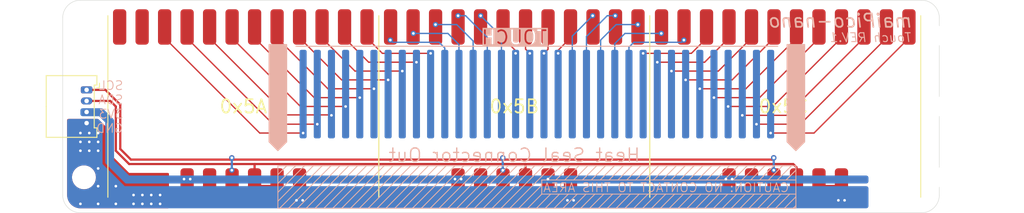
<source format=kicad_pcb>
(kicad_pcb (version 20240108) (generator "pcbnew") (generator_version "8.0")
  (layers (0 "F.Cu" signal) (31 "B.Cu" signal) (34 "B.Paste" user) (35 "F.Paste" user) (36 "B.SilkS" user "B.Silkscreen") (37 "F.SilkS" user "F.Silkscreen") (38 "B.Mask" user) (39 "F.Mask" user) (44 "Edge.Cuts" user))
  (net 0 "")
  (net 1 "/SDA")
  (net 2 "/SCL")
  (net 3 "VDD")
  (net 4 "GND")
  (net 5 "/E19")
  (net 6 "/E2")
  (net 7 "/E16")
  (net 8 "/E27")
  (net 9 "/E5")
  (net 10 "/E22")
  (net 11 "/E4")
  (net 12 "/E7")
  (net 13 "/E33")
  (net 14 "/E21")
  (net 15 "/E3")
  (net 16 "/E20")
  (net 17 "/E1")
  (net 18 "/E34")
  (net 19 "/E24")
  (net 20 "/E18")
  (net 21 "/E12")
  (net 22 "/E25")
  (net 23 "/E14")
  (net 24 "/E9")
  (net 25 "/E8")
  (net 26 "/E15")
  (net 27 "/E23")
  (net 28 "/E17")
  (net 29 "/E6")
  (net 30 "/E10")
  (net 31 "/E32")
  (net 32 "/E28")
  (net 33 "/E11")
  (net 34 "/E31")
  (net 35 "/E29")
  (net 36 "/E30")
  (net 37 "/E26")
  (net 38 "/E13")
  (footprint "Modules:MPR121-Module-SMD" (layer "F.Cu") (at 130.6 84)
    (property "Reference" "U1" (hide yes))
    (property "Value" "MPR121-Module")
    (fp_line (start -15.3 10.25) (end -15.3 -10.25) (stroke (width 0.12)) (layer "F.SilkS"))
    (fp_line (start 15.3 10.25) (end 15.3 -10.25) (stroke (width 0.12)) (layer "F.SilkS"))
    (pad "1" smd roundrect (at 13.97 -8.98) (size 1.5 4) (layers "F.Cu" "F.Paste" "F.Mask") (net 17 "/E1"))
    (pad "2" smd roundrect (at 11.43 -8.979999) (size 1.5 4) (layers "F.Cu" "F.Paste" "F.Mask") (net 6 "/E2"))
    (pad "3" smd roundrect (at 8.89 -8.98) (size 1.5 4) (layers "F.Cu" "F.Paste" "F.Mask") (net 15 "/E3"))
    (pad "4" smd roundrect (at 6.35 -8.98) (size 1.5 4) (layers "F.Cu" "F.Paste" "F.Mask") (net 11 "/E4"))
    (pad "5" smd roundrect (at 3.81 -8.98) (size 1.5 4) (layers "F.Cu" "F.Paste" "F.Mask") (net 9 "/E5"))
    (pad "6" smd roundrect (at 1.270001 -8.98) (size 1.5 4) (layers "F.Cu" "F.Paste" "F.Mask") (net 29 "/E6"))
    (pad "7" smd roundrect (at -1.270001 -8.98) (size 1.5 4) (layers "F.Cu" "F.Paste" "F.Mask") (net 12 "/E7"))
    (pad "8" smd roundrect (at -3.81 -8.98) (size 1.5 4) (layers "F.Cu" "F.Paste" "F.Mask") (net 25 "/E8"))
    (pad "9" smd roundrect (at -6.35 -8.98) (size 1.5 4) (layers "F.Cu" "F.Paste" "F.Mask") (net 24 "/E9"))
    (pad "10" smd roundrect (at -8.89 -8.98) (size 1.5 4) (layers "F.Cu" "F.Paste" "F.Mask") (net 30 "/E10"))
    (pad "11" smd roundrect (at -11.43 -8.979999) (size 1.5 4) (layers "F.Cu" "F.Paste" "F.Mask") (net 33 "/E11"))
    (pad "12" smd roundrect (at -13.97 -8.98) (size 1.5 4) (layers "F.Cu" "F.Paste" "F.Mask") (net 21 "/E12"))
    (pad "13" smd roundrect (at 6.35 8.98) (size 1.5 4) (layers "F.Cu" "F.Paste" "F.Mask") (net 4 "GND"))
    (pad "14" smd roundrect (at 3.81 8.98) (size 1.5 4) (layers "F.Cu" "F.Paste" "F.Mask") (net 4 "GND"))
    (pad "15" smd roundrect (at 1.270001 8.98) (size 1.5 4) (layers "F.Cu" "F.Paste" "F.Mask") (net 1 "/SDA"))
    (pad "16" smd roundrect (at -1.270001 8.98) (size 1.5 4) (layers "F.Cu" "F.Paste" "F.Mask") (net 2 "/SCL"))
    (pad "17" smd roundrect (at -3.81 8.98) (size 1.5 4) (layers "F.Cu" "F.Paste" "F.Mask"))
    (pad "18" smd roundrect (at -6.35 8.98) (size 1.5 4) (layers "F.Cu" "F.Paste" "F.Mask") (net 3 "VDD"))
  )
  (footprint "Modules:MPR121-Module-SMD" (layer "F.Cu") (at 100 84)
    (property "Reference" "U2" (hide yes))
    (property "Value" "MPR121-Module")
    (fp_line (start -15.3 10.25) (end -15.3 -10.25) (stroke (width 0.12)) (layer "F.SilkS"))
    (fp_line (start 15.3 10.25) (end 15.3 -10.25) (stroke (width 0.12)) (layer "F.SilkS"))
    (pad "1" smd roundrect (at 13.97 -8.98) (size 1.5 4) (layers "F.Cu" "F.Paste" "F.Mask") (net 38 "/E13"))
    (pad "2" smd roundrect (at 11.43 -8.979999) (size 1.5 4) (layers "F.Cu" "F.Paste" "F.Mask") (net 23 "/E14"))
    (pad "3" smd roundrect (at 8.89 -8.98) (size 1.5 4) (layers "F.Cu" "F.Paste" "F.Mask") (net 26 "/E15"))
    (pad "4" smd roundrect (at 6.35 -8.98) (size 1.5 4) (layers "F.Cu" "F.Paste" "F.Mask") (net 7 "/E16"))
    (pad "5" smd roundrect (at 3.81 -8.98) (size 1.5 4) (layers "F.Cu" "F.Paste" "F.Mask") (net 28 "/E17"))
    (pad "6" smd roundrect (at 1.270001 -8.98) (size 1.5 4) (layers "F.Cu" "F.Paste" "F.Mask") (net 20 "/E18"))
    (pad "7" smd roundrect (at -1.270001 -8.98) (size 1.5 4) (layers "F.Cu" "F.Paste" "F.Mask") (net 5 "/E19"))
    (pad "8" smd roundrect (at -3.81 -8.98) (size 1.5 4) (layers "F.Cu" "F.Paste" "F.Mask") (net 16 "/E20"))
    (pad "9" smd roundrect (at -6.35 -8.98) (size 1.5 4) (layers "F.Cu" "F.Paste" "F.Mask") (net 14 "/E21"))
    (pad "10" smd roundrect (at -8.89 -8.98) (size 1.5 4) (layers "F.Cu" "F.Paste" "F.Mask") (net 10 "/E22"))
    (pad "11" smd roundrect (at -11.43 -8.979999) (size 1.5 4) (layers "F.Cu" "F.Paste" "F.Mask") (net 27 "/E23"))
    (pad "12" smd roundrect (at -13.97 -8.98) (size 1.5 4) (layers "F.Cu" "F.Paste" "F.Mask") (net 19 "/E24"))
    (pad "13" smd roundrect (at 6.35 8.98) (size 1.5 4) (layers "F.Cu" "F.Paste" "F.Mask") (net 4 "GND"))
    (pad "14" smd roundrect (at 3.81 8.98) (size 1.5 4) (layers "F.Cu" "F.Paste" "F.Mask") (net 3 "VDD"))
    (pad "15" smd roundrect (at 1.270001 8.98) (size 1.5 4) (layers "F.Cu" "F.Paste" "F.Mask") (net 1 "/SDA"))
    (pad "16" smd roundrect (at -1.270001 8.98) (size 1.5 4) (layers "F.Cu" "F.Paste" "F.Mask") (net 2 "/SCL"))
    (pad "17" smd roundrect (at -3.81 8.98) (size 1.5 4) (layers "F.Cu" "F.Paste" "F.Mask"))
    (pad "18" smd roundrect (at -6.35 8.98) (size 1.5 4) (layers "F.Cu" "F.Paste" "F.Mask") (net 3 "VDD"))
  )
  (footprint "MountingHole:MountingHole_2.2mm_M2" (layer "F.Cu") (at 51.4 92)
    (property "Reference" "REF**" (hide yes))
    (property "Value" "MountingHole_2.2mm_M2")
    (pad "" np_thru_hole circle (at 0 0) (size 2.2 2.2) (drill 2.2) (layers "F&B.Cu" "*.Mask"))
  )
  (footprint "Modules:MPR121-Module-SMD" (layer "F.Cu") (at 69.4 84)
    (property "Reference" "U3" (hide yes))
    (property "Value" "MPR121-Module")
    (fp_line (start -15.3 10.25) (end -15.3 -10.25) (stroke (width 0.12)) (layer "F.SilkS"))
    (fp_line (start 15.3 10.25) (end 15.3 -10.25) (stroke (width 0.12)) (layer "F.SilkS"))
    (pad "1" smd roundrect (at 13.97 -8.98) (size 1.5 4) (layers "F.Cu" "F.Paste" "F.Mask") (net 22 "/E25"))
    (pad "2" smd roundrect (at 11.43 -8.979999) (size 1.5 4) (layers "F.Cu" "F.Paste" "F.Mask") (net 37 "/E26"))
    (pad "3" smd roundrect (at 8.89 -8.98) (size 1.5 4) (layers "F.Cu" "F.Paste" "F.Mask") (net 8 "/E27"))
    (pad "4" smd roundrect (at 6.35 -8.98) (size 1.5 4) (layers "F.Cu" "F.Paste" "F.Mask") (net 32 "/E28"))
    (pad "5" smd roundrect (at 3.81 -8.98) (size 1.5 4) (layers "F.Cu" "F.Paste" "F.Mask") (net 35 "/E29"))
    (pad "6" smd roundrect (at 1.270001 -8.98) (size 1.5 4) (layers "F.Cu" "F.Paste" "F.Mask") (net 36 "/E30"))
    (pad "7" smd roundrect (at -1.270001 -8.98) (size 1.5 4) (layers "F.Cu" "F.Paste" "F.Mask") (net 34 "/E31"))
    (pad "8" smd roundrect (at -3.81 -8.98) (size 1.5 4) (layers "F.Cu" "F.Paste" "F.Mask") (net 31 "/E32"))
    (pad "9" smd roundrect (at -6.35 -8.98) (size 1.5 4) (layers "F.Cu" "F.Paste" "F.Mask") (net 13 "/E33"))
    (pad "10" smd roundrect (at -8.89 -8.98) (size 1.5 4) (layers "F.Cu" "F.Paste" "F.Mask") (net 18 "/E34"))
    (pad "11" smd roundrect (at -11.43 -8.979999) (size 1.5 4) (layers "F.Cu" "F.Paste" "F.Mask"))
    (pad "12" smd roundrect (at -13.97 -8.98) (size 1.5 4) (layers "F.Cu" "F.Paste" "F.Mask"))
    (pad "13" smd roundrect (at 6.35 8.98) (size 1.5 4) (layers "F.Cu" "F.Paste" "F.Mask") (net 4 "GND"))
    (pad "14" smd roundrect (at 3.81 8.98) (size 1.5 4) (layers "F.Cu" "F.Paste" "F.Mask") (net 1 "/SDA"))
    (pad "15" smd roundrect (at 1.270001 8.98) (size 1.5 4) (layers "F.Cu" "F.Paste" "F.Mask") (net 1 "/SDA"))
    (pad "16" smd roundrect (at -1.270001 8.98) (size 1.5 4) (layers "F.Cu" "F.Paste" "F.Mask") (net 2 "/SCL"))
    (pad "17" smd roundrect (at -3.81 8.98) (size 1.5 4) (layers "F.Cu" "F.Paste" "F.Mask"))
    (pad "18" smd roundrect (at -6.35 8.98) (size 1.5 4) (layers "F.Cu" "F.Paste" "F.Mask") (net 3 "VDD"))
  )
  (footprint "MountingHole:MountingHole_2.2mm_M2" (layer "F.Cu") (at 148.1 76)
    (property "Reference" "REF**" (hide yes))
    (property "Value" "MountingHole_2.2mm_M2")
    (pad "" np_thru_hole circle (at 0 0) (size 2.2 2.2) (drill 2.2) (layers "F&B.Cu" "*.Mask"))
  )
  (footprint "Connector_Molex:Molex_PicoBlade_53048-0410_1x04_P1.25mm_Horizontal" (layer "F.Cu") (at 51.7 82.125 -90)
    (property "Reference" "J1" (hide yes))
    (property "Value" "Conn_01x04")
    (fp_line (start -1.61 4.56) (end 1.875 4.56) (stroke (width 0.12)) (layer "F.SilkS"))
    (fp_line (start 5.36 4.56) (end 1.875 4.56) (stroke (width 0.12)) (layer "F.SilkS"))
    (fp_line (start -0.54 -0.86) (end -0.54 -1.16) (stroke (width 0.12)) (layer "F.SilkS"))
    (fp_line (start 1.875 -0.86) (end -0.54 -0.86) (stroke (width 0.12)) (layer "F.SilkS"))
    (fp_line (start 1.875 -0.86) (end 4.29 -0.86) (stroke (width 0.12)) (layer "F.SilkS"))
    (fp_line (start 4.29 -0.86) (end 4.29 -1.16) (stroke (width 0.12)) (layer "F.SilkS"))
    (fp_line (start -0.25 -1.15) (end -0.25 -1.45) (stroke (width 0.12)) (layer "F.SilkS"))
    (fp_line (start -1.61 -1.16) (end -1.61 4.56) (stroke (width 0.12)) (layer "F.SilkS"))
    (fp_line (start -0.54 -1.16) (end -1.61 -1.16) (stroke (width 0.12)) (layer "F.SilkS"))
    (fp_line (start 4.29 -1.16) (end 5.36 -1.16) (stroke (width 0.12)) (layer "F.SilkS"))
    (fp_line (start 5.36 -1.16) (end 5.36 4.56) (stroke (width 0.12)) (layer "F.SilkS"))
    (fp_line (start -0.25 -1.45) (end -0.75 -1.45) (stroke (width 0.12)) (layer "F.SilkS"))
    (pad "1" thru_hole roundrect (at 0 0 270) (size 0.8 1.3) (drill 0.5) (layers "*.Cu" "*.Mask") (net 2 "/SCL"))
    (pad "2" thru_hole oval (at 1.249999 0 270) (size 0.8 1.3) (drill 0.5) (layers "*.Cu" "*.Mask") (net 1 "/SDA"))
    (pad "3" thru_hole oval (at 2.5 0 270) (size 0.8 1.3) (drill 0.5) (layers "*.Cu" "*.Mask") (net 3 "VDD"))
    (pad "4" thru_hole oval (at 3.749999 0 270) (size 0.8 1.3) (drill 0.5) (layers "*.Cu" "*.Mask") (net 4 "GND"))
  )
  (footprint "MountingHole:MountingHole_2.2mm_M2" (layer "F.Cu") (at 51.4 76)
    (property "Reference" "REF**" (hide yes))
    (property "Value" "MountingHole_2.2mm_M2")
    (pad "" np_thru_hole circle (at 0 0) (size 2.2 2.2) (drill 2.2) (layers "*.Cu" "*.Mask"))
  )
  (footprint "MountingHole:MountingHole_2.2mm_M2" (layer "F.Cu") (at 148 92)
    (property "Reference" "REF**" (hide yes))
    (property "Value" "MountingHole_2.2mm_M2")
    (pad "" np_thru_hole circle (at 0 0) (size 2.2 2.2) (drill 2.2) (layers "F&B.Cu" "*.Mask"))
  )
  (footprint "MountingHole:MountingHole_2.2mm_M2" (layer "F.Cu") (at 148 84)
    (property "Reference" "REF**" (hide yes))
    (property "Value" "MountingHole_2.2mm_M2")
    (pad "" np_thru_hole circle (at 0 0) (size 2.2 2.2) (drill 2.2) (layers "F&B.Cu" "*.Mask"))
  )
  (footprint "Modules:TouchSensors" (layer "B.Cu") (at 102.55 82.6 180)
    (property "Reference" "J2" (hide yes))
    (property "Value" "Conn_01x34")
    (fp_line (start 27.2 5.4) (end -27.2 5.4) (stroke (width 0.12)) (layer "B.SilkS"))
    (pad "1" smd roundrect (at -26.4 0 180) (size 0.8 10) (layers "B.Cu" "B.Paste" "B.Mask") (net 17 "/E1"))
    (pad "2" smd roundrect (at -24.8 0 180) (size 0.8 10) (layers "B.Cu" "B.Paste" "B.Mask") (net 6 "/E2"))
    (pad "3" smd roundrect (at -23.2 0 180) (size 0.8 10) (layers "B.Cu" "B.Paste" "B.Mask") (net 15 "/E3"))
    (pad "4" smd roundrect (at -21.6 0 180) (size 0.8 10) (layers "B.Cu" "B.Paste" "B.Mask") (net 11 "/E4"))
    (pad "5" smd roundrect (at -20 0 180) (size 0.8 10) (layers "B.Cu" "B.Paste" "B.Mask") (net 9 "/E5"))
    (pad "6" smd roundrect (at -18.4 0 180) (size 0.8 10) (layers "B.Cu" "B.Paste" "B.Mask") (net 29 "/E6"))
    (pad "7" smd roundrect (at -16.8 0 180) (size 0.8 10) (layers "B.Cu" "B.Paste" "B.Mask") (net 12 "/E7"))
    (pad "8" smd roundrect (at -15.2 0 180) (size 0.8 10) (layers "B.Cu" "B.Paste" "B.Mask") (net 25 "/E8"))
    (pad "9" smd roundrect (at -13.6 0 180) (size 0.8 10) (layers "B.Cu" "B.Paste" "B.Mask") (net 24 "/E9"))
    (pad "10" smd roundrect (at -12 0 180) (size 0.8 10) (layers "B.Cu" "B.Paste" "B.Mask") (net 30 "/E10"))
    (pad "11" smd roundrect (at -10.4 0 180) (size 0.8 10) (layers "B.Cu" "B.Paste" "B.Mask") (net 33 "/E11"))
    (pad "12" smd roundrect (at -8.8 0 180) (size 0.8 10) (layers "B.Cu" "B.Paste" "B.Mask") (net 21 "/E12"))
    (pad "13" smd roundrect (at -7.2 0 180) (size 0.8 10) (layers "B.Cu" "B.Paste" "B.Mask") (net 38 "/E13"))
    (pad "14" smd roundrect (at -5.6 0 180) (size 0.8 10) (layers "B.Cu" "B.Paste" "B.Mask") (net 23 "/E14"))
    (pad "15" smd roundrect (at -4 0 180) (size 0.8 10) (layers "B.Cu" "B.Paste" "B.Mask") (net 26 "/E15"))
    (pad "16" smd roundrect (at -2.4 0 180) (size 0.8 10) (layers "B.Cu" "B.Paste" "B.Mask") (net 7 "/E16"))
    (pad "17" smd roundrect (at -0.8 0 180) (size 0.8 10) (layers "B.Cu" "B.Paste" "B.Mask") (net 28 "/E17"))
    (pad "18" smd roundrect (at 0.8 0 180) (size 0.8 10) (layers "B.Cu" "B.Paste" "B.Mask") (net 20 "/E18"))
    (pad "19" smd roundrect (at 2.4 0 180) (size 0.8 10) (layers "B.Cu" "B.Paste" "B.Mask") (net 5 "/E19"))
    (pad "20" smd roundrect (at 4 0 180) (size 0.8 10) (layers "B.Cu" "B.Paste" "B.Mask") (net 16 "/E20"))
    (pad "21" smd roundrect (at 5.6 0 180) (size 0.8 10) (layers "B.Cu" "B.Paste" "B.Mask") (net 14 "/E21"))
    (pad "22" smd roundrect (at 7.2 0 180) (size 0.8 10) (layers "B.Cu" "B.Paste" "B.Mask") (net 10 "/E22"))
    (pad "23" smd roundrect (at 8.8 0 180) (size 0.8 10) (layers "B.Cu" "B.Paste" "B.Mask") (net 27 "/E23"))
    (pad "24" smd roundrect (at 10.4 0 180) (size 0.8 10) (layers "B.Cu" "B.Paste" "B.Mask") (net 19 "/E24"))
    (pad "25" smd roundrect (at 12 0 180) (size 0.8 10) (layers "B.Cu" "B.Paste" "B.Mask") (net 22 "/E25"))
    (pad "26" smd roundrect (at 13.6 0 180) (size 0.8 10) (layers "B.Cu" "B.Paste" "B.Mask") (net 37 "/E26"))
    (pad "27" smd roundrect (at 15.2 0 180) (size 0.8 10) (layers "B.Cu" "B.Paste" "B.Mask") (net 8 "/E27"))
    (pad "28" smd roundrect (at 16.8 0 180) (size 0.8 10) (layers "B.Cu" "B.Paste" "B.Mask") (net 32 "/E28"))
    (pad "29" smd roundrect (at 18.4 0 180) (size 0.8 10) (layers "B.Cu" "B.Paste" "B.Mask") (net 35 "/E29"))
    (pad "30" smd roundrect (at 20 0 180) (size 0.8 10) (layers "B.Cu" "B.Paste" "B.Mask") (net 36 "/E30"))
    (pad "31" smd roundrect (at 21.6 0 180) (size 0.8 10) (layers "B.Cu" "B.Paste" "B.Mask") (net 34 "/E31"))
    (pad "32" smd roundrect (at 23.2 0 180) (size 0.8 10) (layers "B.Cu" "B.Paste" "B.Mask") (net 31 "/E32"))
    (pad "33" smd roundrect (at 24.8 0 180) (size 0.8 10) (layers "B.Cu" "B.Paste" "B.Mask") (net 13 "/E33"))
    (pad "34" smd roundrect (at 26.4 0 180) (size 0.8 10) (layers "B.Cu" "B.Paste" "B.Mask") (net 18 "/E34"))
  )
  (gr_line (start 112.3 90.7) (end 110.7 92.3) (stroke (width 0.1)) (layer "B.SilkS"))
  (gr_line (start 89.3 90.7) (end 84.5 95.5) (stroke (width 0.1)) (layer "B.SilkS"))
  (gr_line (start 118.1 93.9) (end 116.5 95.5) (stroke (width 0.1)) (layer "B.SilkS"))
  (gr_line (start 92.3 90.7) (end 87.5 95.5) (stroke (width 0.1)) (layer "B.SilkS"))
  (gr_line (start 126.1 93.9) (end 124.5 95.5) (stroke (width 0.1)) (layer "B.SilkS"))
  (gr_line (start 112.1 93.9) (end 110.5 95.5) (stroke (width 0.1)) (layer "B.SilkS"))
  (gr_line (start 80.3 90.7) (end 75.5 95.5) (stroke (width 0.1)) (layer "B.SilkS"))
  (gr_line (start 127.3 90.7) (end 125.7 92.3) (stroke (width 0.1)) (layer "B.SilkS"))
  (gr_line (start 103.1 92.3) (end 103.1 93.9) (stroke (width 0.1)) (layer "B.SilkS"))
  (gr_line (start 118.3 90.7) (end 116.7 92.3) (stroke (width 0.1)) (layer "B.SilkS"))
  (gr_line (start 84.3 90.7) (end 79.5 95.5) (stroke (width 0.1)) (layer "B.SilkS"))
  (gr_line (start 122.3 90.7) (end 120.7 92.3) (stroke (width 0.1)) (layer "B.SilkS"))
  (gr_line (start 109.1 93.9) (end 107.5 95.5) (stroke (width 0.1)) (layer "B.SilkS"))
  (gr_line (start 130.1 93.9) (end 128.5 95.5) (stroke (width 0.1)) (layer "B.SilkS"))
  (gr_line (start 130.3 90.7) (end 128.7 92.3) (stroke (width 0.1)) (layer "B.SilkS"))
  (gr_line (start 83.3 90.7) (end 78.5 95.5) (stroke (width 0.1)) (layer "B.SilkS"))
  (gr_line (start 120.3 90.7) (end 118.7 92.3) (stroke (width 0.1)) (layer "B.SilkS"))
  (gr_line (start 85.3 90.7) (end 80.5 95.5) (stroke (width 0.1)) (layer "B.SilkS"))
  (gr_line (start 131.8 95.2) (end 131.5 95.5) (stroke (width 0.1)) (layer "B.SilkS"))
  (gr_line (start 111.3 90.7) (end 109.7 92.3) (stroke (width 0.1)) (layer "B.SilkS"))
  (gr_line (start 109.3 90.7) (end 107.7 92.3) (stroke (width 0.1)) (layer "B.SilkS"))
  (gr_line (start 106.1 93.9) (end 104.5 95.5) (stroke (width 0.1)) (layer "B.SilkS"))
  (gr_line (start 129.1 93.9) (end 127.5 95.5) (stroke (width 0.1)) (layer "B.SilkS"))
  (gr_line (start 103.1 93.9) (end 101.5 95.5) (stroke (width 0.1)) (layer "B.SilkS"))
  (gr_line (start 86.3 90.7) (end 81.5 95.5) (stroke (width 0.1)) (layer "B.SilkS"))
  (gr_line (start 94.3 90.7) (end 89.5 95.5) (stroke (width 0.1)) (layer "B.SilkS"))
  (gr_line (start 115.1 93.9) (end 113.5 95.5) (stroke (width 0.1)) (layer "B.SilkS"))
  (gr_line (start 106.3 90.7) (end 104.7 92.3) (stroke (width 0.1)) (layer "B.SilkS"))
  (gr_poly (pts (xy 132.8 77) (xy 130.8 77) (xy 130.8 88) (xy 131.8 89) (xy 132.8 88)) (stroke (width 0.1)) (fill solid) (layer "B.SilkS"))
  (gr_line (start 77.3 90.7) (end 73.3 94.7) (stroke (width 0.1)) (layer "B.SilkS"))
  (gr_line (start 121.1 93.9) (end 119.5 95.5) (stroke (width 0.1)) (layer "B.SilkS"))
  (gr_line (start 116.1 93.9) (end 114.5 95.5) (stroke (width 0.1)) (layer "B.SilkS"))
  (gr_line (start 116.3 90.7) (end 114.7 92.3) (stroke (width 0.1)) (layer "B.SilkS"))
  (gr_line (start 119.3 90.7) (end 117.7 92.3) (stroke (width 0.1)) (layer "B.SilkS"))
  (gr_line (start 97.3 90.7) (end 92.5 95.5) (stroke (width 0.1)) (layer "B.SilkS"))
  (gr_line (start 101.3 90.7) (end 96.5 95.5) (stroke (width 0.1)) (layer "B.SilkS"))
  (gr_line (start 131.8 92.3) (end 103.1 92.3) (stroke (width 0.1)) (layer "B.SilkS"))
  (gr_line (start 81.3 90.7) (end 76.5 95.5) (stroke (width 0.1)) (layer "B.SilkS"))
  (gr_line (start 122.1 93.9) (end 120.5 95.5) (stroke (width 0.1)) (layer "B.SilkS"))
  (gr_line (start 96.3 90.7) (end 91.5 95.5) (stroke (width 0.1)) (layer "B.SilkS"))
  (gr_line (start 93.3 90.7) (end 88.5 95.5) (stroke (width 0.1)) (layer "B.SilkS"))
  (gr_line (start 91.3 90.7) (end 86.5 95.5) (stroke (width 0.1)) (layer "B.SilkS"))
  (gr_line (start 110.1 93.9) (end 108.5 95.5) (stroke (width 0.1)) (layer "B.SilkS"))
  (gr_line (start 131.8 94.2) (end 130.5 95.5) (stroke (width 0.1)) (layer "B.SilkS"))
  (gr_line (start 98.3 90.7) (end 93.5 95.5) (stroke (width 0.1)) (layer "B.SilkS"))
  (gr_poly (pts (xy 74.3 77) (xy 72.3 77) (xy 72.3 88) (xy 73.3 89) (xy 74.3 88)) (stroke (width 0.1)) (fill solid) (layer "B.SilkS"))
  (gr_rect (start 73.3 90.7) (end 131.8 95.5) (stroke (width 0.1)) (fill none) (layer "B.SilkS"))
  (gr_line (start 110.3 90.7) (end 108.7 92.3) (stroke (width 0.1)) (layer "B.SilkS"))
  (gr_line (start 90.3 90.7) (end 85.5 95.5) (stroke (width 0.1)) (layer "B.SilkS"))
  (gr_line (start 108.1 93.9) (end 106.5 95.5) (stroke (width 0.1)) (layer "B.SilkS"))
  (gr_line (start 125.3 90.7) (end 123.7 92.3) (stroke (width 0.1)) (layer "B.SilkS"))
  (gr_line (start 107.1 93.9) (end 105.5 95.5) (stroke (width 0.1)) (layer "B.SilkS"))
  (gr_line (start 78.3 90.7) (end 73.5 95.5) (stroke (width 0.1)) (layer "B.SilkS"))
  (gr_line (start 131.8 91.2) (end 130.7 92.3) (stroke (width 0.1)) (layer "B.SilkS"))
  (gr_line (start 103.3 90.7) (end 98.5 95.5) (stroke (width 0.1)) (layer "B.SilkS"))
  (gr_line (start 128.3 90.7) (end 126.7 92.3) (stroke (width 0.1)) (layer "B.SilkS"))
  (gr_line (start 131.1 93.9) (end 129.5 95.5) (stroke (width 0.1)) (layer "B.SilkS"))
  (gr_line (start 82.3 90.7) (end 77.5 95.5) (stroke (width 0.1)) (layer "B.SilkS"))
  (gr_line (start 87.3 90.7) (end 82.5 95.5) (stroke (width 0.1)) (layer "B.SilkS"))
  (gr_line (start 74.3 90.7) (end 73.3 91.7) (stroke (width 0.1)) (layer "B.SilkS"))
  (gr_line (start 124.3 90.7) (end 122.7 92.3) (stroke (width 0.1)) (layer "B.SilkS"))
  (gr_line (start 79.3 90.7) (end 74.5 95.5) (stroke (width 0.1)) (layer "B.SilkS"))
  (gr_line (start 103.1 92.9) (end 100.5 95.5) (stroke (width 0.1)) (layer "B.SilkS"))
  (gr_line (start 114.1 93.9) (end 112.5 95.5) (stroke (width 0.1)) (layer "B.SilkS"))
  (gr_line (start 99.3 90.7) (end 94.5 95.5) (stroke (width 0.1)) (layer "B.SilkS"))
  (gr_line (start 88.3 90.7) (end 83.5 95.5) (stroke (width 0.1)) (layer "B.SilkS"))
  (gr_line (start 117.3 90.7) (end 115.7 92.3) (stroke (width 0.1)) (layer "B.SilkS"))
  (gr_line (start 76.3 90.7) (end 73.3 93.7) (stroke (width 0.1)) (layer "B.SilkS"))
  (gr_line (start 129.3 90.7) (end 127.7 92.3) (stroke (width 0.1)) (layer "B.SilkS"))
  (gr_line (start 95.3 90.7) (end 90.5 95.5) (stroke (width 0.1)) (layer "B.SilkS"))
  (gr_line (start 104.3 90.7) (end 99.5 95.5) (stroke (width 0.1)) (layer "B.SilkS"))
  (gr_line (start 127.1 93.9) (end 125.5 95.5) (stroke (width 0.1)) (layer "B.SilkS"))
  (gr_line (start 126.3 90.7) (end 124.7 92.3) (stroke (width 0.1)) (layer "B.SilkS"))
  (gr_line (start 123.3 90.7) (end 121.7 92.3) (stroke (width 0.1)) (layer "B.SilkS"))
  (gr_line (start 120.1 93.9) (end 118.5 95.5) (stroke (width 0.1)) (layer "B.SilkS"))
  (gr_line (start 131.3 90.7) (end 129.7 92.3) (stroke (width 0.1)) (layer "B.SilkS"))
  (gr_line (start 103.1 93.9) (end 131.8 93.9) (stroke (width 0.1)) (layer "B.SilkS"))
  (gr_line (start 104.1 93.9) (end 102.5 95.5) (stroke (width 0.1)) (layer "B.SilkS"))
  (gr_line (start 114.3 90.7) (end 112.7 92.3) (stroke (width 0.1)) (layer "B.SilkS"))
  (gr_line (start 113.1 93.9) (end 111.5 95.5) (stroke (width 0.1)) (layer "B.SilkS"))
  (gr_line (start 100.3 90.7) (end 95.5 95.5) (stroke (width 0.1)) (layer "B.SilkS"))
  (gr_line (start 107.3 90.7) (end 105.7 92.3) (stroke (width 0.1)) (layer "B.SilkS"))
  (gr_line (start 128.1 93.9) (end 126.5 95.5) (stroke (width 0.1)) (layer "B.SilkS"))
  (gr_line (start 121.3 90.7) (end 119.7 92.3) (stroke (width 0.1)) (layer "B.SilkS"))
  (gr_line (start 124.1 93.9) (end 122.5 95.5) (stroke (width 0.1)) (layer "B.SilkS"))
  (gr_line (start 131.8 91.2) (end 130.7 92.3) (stroke (width 0.1)) (layer "B.SilkS"))
  (gr_line (start 108.3 90.7) (end 106.7 92.3) (stroke (width 0.1)) (layer "B.SilkS"))
  (gr_line (start 111.1 93.9) (end 109.5 95.5) (stroke (width 0.1)) (layer "B.SilkS"))
  (gr_line (start 119.1 93.9) (end 117.5 95.5) (stroke (width 0.1)) (layer "B.SilkS"))
  (gr_line (start 115.3 90.7) (end 113.7 92.3) (stroke (width 0.1)) (layer "B.SilkS"))
  (gr_line (start 105.1 93.9) (end 103.5 95.5) (stroke (width 0.1)) (layer "B.SilkS"))
  (gr_line (start 117.1 93.9) (end 115.5 95.5) (stroke (width 0.1)) (layer "B.SilkS"))
  (gr_line (start 102.3 90.7) (end 97.5 95.5) (stroke (width 0.1)) (layer "B.SilkS"))
  (gr_line (start 113.3 90.7) (end 111.7 92.3) (stroke (width 0.1)) (layer "B.SilkS"))
  (gr_line (start 75.3 90.7) (end 73.3 92.7) (stroke (width 0.1)) (layer "B.SilkS"))
  (gr_line (start 105.3 90.7) (end 103.7 92.3) (stroke (width 0.1)) (layer "B.SilkS"))
  (gr_line (start 123.1 93.9) (end 121.5 95.5) (stroke (width 0.1)) (layer "B.SilkS"))
  (gr_line (start 125.1 93.9) (end 123.5 95.5) (stroke (width 0.1)) (layer "B.SilkS"))
  (gr_line (start 148 74) (end 148 94) (stroke (width 0.05)) (layer "Edge.Cuts"))
  (gr_line (start 49 94) (end 49 74) (stroke (width 0.05)) (layer "Edge.Cuts"))
  (gr_arc (start 148 94) (mid 147.414214 95.414214) (end 146 96) (stroke (width 0.05)) (layer "Edge.Cuts"))
  (gr_line (start 146 96) (end 51 96) (stroke (width 0.05)) (layer "Edge.Cuts"))
  (gr_arc (start 51 96) (mid 49.585786 95.414214) (end 49 94) (stroke (width 0.05)) (layer "Edge.Cuts"))
  (gr_line (start 51 72) (end 146 72) (stroke (width 0.05)) (layer "Edge.Cuts"))
  (gr_arc (start 49 74) (mid 49.585786 72.585786) (end 51 72) (stroke (width 0.05)) (layer "Edge.Cuts"))
  (gr_arc (start 146 72) (mid 147.414214 72.585786) (end 148 74) (stroke (width 0.05)) (layer "Edge.Cuts"))
  (gr_text "Heat Seal Connector Out" (at 100 89.5 0) (layer "B.SilkS") (effects (font (size 1.5 1.5)) (justify mirror)))
  (gr_text "CAUTION: NO CONTACT TO THIS AREA" (at 131.1 93.75 0) (layer "B.SilkS") (effects (font (size 1 1) (thickness 0.1)) (justify left bottom mirror)))
  (gr_text "TOUCH" (at 100 76.2 0) (layer "B.SilkS" knockout) (effects (font (size 1.5 1.5) (thickness 0.2)) (justify mirror)))
  (gr_text "maiPico-nano" (at 145.1 75.2 0) (layer "B.SilkS") (effects (font (size 1.5 1.5) (thickness 0.2) (italic yes)) (justify left bottom mirror)))
  (gr_text "SCL\nSDA\n3V3\nGND" (at 55.9 84.05 0) (layer "B.SilkS") (effects (font (size 1 1) (thickness 0.1)) (justify left mirror)))
  (gr_text "Touch REV.1" (at 145 76.8 0) (layer "B.SilkS") (effects (font (size 1 1) (thickness 0.12) (italic yes)) (justify left bottom mirror)))
  (gr_text "0x5C" (at 130.4 84 0) (layer "F.SilkS") (effects (font (size 1.5 1.5) (thickness 0.2))))
  (gr_text "0x5A" (at 69.4 84 0) (layer "F.SilkS") (effects (font (size 1.5 1.5) (thickness 0.2))))
  (gr_text "0x5B" (at 100 84 0) (layer "F.SilkS") (effects (font (size 1.5 1.5) (thickness 0.2))))
  (segment (start 131.870001 92.98) (end 131.870001 90.870001) (width 0.25) (layer "F.Cu") (net 1))
  (segment (start 70.670001 92.98) (end 70.670001 90.529999) (width 0.25) (layer "F.Cu") (net 1))
  (segment (start 70.670001 92.98) (end 73.21 92.98) (width 0.25) (layer "F.Cu") (net 1))
  (segment (start 55 89) (end 55 84) (width 0.25) (layer "F.Cu") (net 1))
  (segment (start 55 84) (end 54.374999 83.374999) (width 0.25) (layer "F.Cu") (net 1))
  (segment (start 131.5 90.5) (end 101.3 90.5) (width 0.25) (layer "F.Cu") (net 1))
  (segment (start 54.374999 83.374999) (end 51.7 83.374999) (width 0.25) (layer "F.Cu") (net 1))
  (segment (start 70.7 90.5) (end 56.5 90.5) (width 0.25) (layer "F.Cu") (net 1))
  (segment (start 101.3 90.5) (end 70.7 90.5) (width 0.25) (layer "F.Cu") (net 1))
  (segment (start 56.5 90.5) (end 55 89) (width 0.25) (layer "F.Cu") (net 1))
  (segment (start 101.270001 92.98) (end 101.270001 90.529999) (width 0.25) (layer "F.Cu") (net 1))
  (segment (start 101.270001 90.529999) (end 101.3 90.5) (width 0.25) (layer "F.Cu") (net 1))
  (segment (start 70.670001 90.529999) (end 70.7 90.5) (width 0.25) (layer "F.Cu") (net 1))
  (segment (start 131.870001 90.870001) (end 131.5 90.5) (width 0.25) (layer "F.Cu") (net 1))
  (segment (start 68.3 90) (end 98.5 90) (width 0.25) (layer "F.Cu") (net 2))
  (segment (start 129.1 90) (end 129.3 89.8) (width 0.25) (layer "F.Cu") (net 2))
  (segment (start 68.1 89.8) (end 67.9 90) (width 0.25) (layer "F.Cu") (net 2))
  (segment (start 55.5 88.8) (end 55.5 83.8) (width 0.25) (layer "F.Cu") (net 2))
  (segment (start 98.9 90) (end 129.1 90) (width 0.25) (layer "F.Cu") (net 2))
  (segment (start 67.9 90) (end 56.7 90) (width 0.25) (layer "F.Cu") (net 2))
  (segment (start 98.7 89.8) (end 98.9 90) (width 0.25) (layer "F.Cu") (net 2))
  (segment (start 55.5 83.8) (end 53.825 82.125) (width 0.25) (layer "F.Cu") (net 2))
  (segment (start 68.1 89.8) (end 68.3 90) (width 0.25) (layer "F.Cu") (net 2))
  (segment (start 56.7 90) (end 55.5 88.8) (width 0.25) (layer "F.Cu") (net 2))
  (segment (start 98.5 90) (end 98.7 89.8) (width 0.25) (layer "F.Cu") (net 2))
  (segment (start 53.825 82.125) (end 51.7 82.125) (width 0.25) (layer "F.Cu") (net 2))
  (via (at 129.3 91.2) (size 0.6) (drill 0.3) (layers "F.Cu" "B.Cu") (net 2))
  (via (at 129.3 89.8) (size 0.6) (drill 0.3) (layers "F.Cu" "B.Cu") (net 2))
  (via (at 129.3 89.8) (size 0.6) (drill 0.3) (layers "F.Cu" "B.Cu") (net 2))
  (via (at 68.1 89.8) (size 0.6) (drill 0.3) (layers "F.Cu" "B.Cu") (net 2))
  (via (at 98.7 89.8) (size 0.6) (drill 0.3) (layers "F.Cu" "B.Cu") (net 2))
  (via (at 98.7 91.2) (size 0.6) (drill 0.3) (layers "F.Cu" "B.Cu") (net 2))
  (via (at 68.1 91.2) (size 0.6) (drill 0.3) (layers "F.Cu" "B.Cu") (net 2))
  (segment (start 68.1 89.8) (end 68.1 91.2) (width 0.25) (layer "B.Cu") (net 2))
  (segment (start 98.7 89.8) (end 98.7 91.2) (width 0.25) (layer "B.Cu") (net 2))
  (segment (start 129.3 89.8) (end 129.3 91.2) (width 0.25) (layer "B.Cu") (net 2))
  (via (at 93.3 92.2) (size 0.6) (drill 0.3) (layers "F.Cu" "B.Cu") (net 3))
  (via (at 123.9 92.2) (size 0.6) (drill 0.3) (layers "F.Cu" "B.Cu") (net 3))
  (via (at 103.8 92.2) (size 0.6) (drill 0.3) (layers "F.Cu" "B.Cu") (net 3))
  (via (at 63.4 92.2) (size 0.6) (drill 0.3) (layers "F.Cu" "B.Cu") (net 3))
  (via (at 124.6 92.2) (size 0.6) (drill 0.3) (layers "F.Cu" "B.Cu") (net 3))
  (via (at 62.7 92.2) (size 0.6) (drill 0.3) (layers "F.Cu" "B.Cu") (net 3))
  (via (at 94 92.2) (size 0.6) (drill 0.3) (layers "F.Cu" "B.Cu") (net 3))
  (segment (start 134.41 92.98) (end 136.95 92.98) (width 0.25) (layer "F.Cu") (net 4))
  (via (at 51 88) (size 0.6) (drill 0.3) (layers "F.Cu" "B.Cu") (net 4))
  (via (at 57 94) (size 0.6) (drill 0.3) (layers "F.Cu" "B.Cu") (net 4))
  (via (at 53 93) (size 0.6) (drill 0.3) (layers "F.Cu" "B.Cu") (net 4))
  (via (at 58 95) (size 0.6) (drill 0.3) (layers "F.Cu" "B.Cu") (net 4))
  (via (at 55 93) (size 0.6) (drill 0.3) (layers "F.Cu" "B.Cu") (net 4))
  (via (at 52 88) (size 0.6) (drill 0.3) (layers "F.Cu" "B.Cu") (net 4))
  (via (at 137.3 94.6) (size 0.6) (drill 0.3) (layers "F.Cu" "B.Cu") (net 4))
  (via (at 106.7 94.6) (size 0.6) (drill 0.3) (layers "F.Cu" "B.Cu") (net 4))
  (via (at 136.6 94.6) (size 0.6) (drill 0.3) (layers "F.Cu" "B.Cu") (net 4))
  (via (at 53 88) (size 0.6) (drill 0.3) (layers "F.Cu" "B.Cu") (net 4))
  (via (at 57 95) (size 0.6) (drill 0.3) (layers "F.Cu" "B.Cu") (net 4))
  (via (at 51 89) (size 0.6) (drill 0.3) (layers "F.Cu" "B.Cu") (net 4))
  (via (at 75.4 94.6) (size 0.6) (drill 0.3) (layers "F.Cu" "B.Cu") (net 4))
  (via (at 55 95) (size 0.6) (drill 0.3) (layers "F.Cu" "B.Cu") (net 4))
  (via (at 53 87) (size 0.6) (drill 0.3) (layers "F.Cu" "B.Cu") (net 4))
  (via (at 51 87) (size 0.6) (drill 0.3) (layers "F.Cu" "B.Cu") (net 4))
  (via (at 59 95) (size 0.6) (drill 0.3) (layers "F.Cu" "B.Cu") (net 4))
  (via (at 53 89) (size 0.6) (drill 0.3) (layers "F.Cu" "B.Cu") (net 4))
  (via (at 51 95) (size 0.6) (drill 0.3) (layers "F.Cu" "B.Cu") (net 4))
  (via (at 58 94) (size 0.6) (drill 0.3) (layers "F.Cu" "B.Cu") (net 4))
  (via (at 60 95) (size 0.6) (drill 0.3) (layers "F.Cu" "B.Cu") (net 4))
  (via (at 53 95) (size 0.6) (drill 0.3) (layers "F.Cu" "B.Cu") (net 4))
  (via (at 52 87) (size 0.6) (drill 0.3) (layers "F.Cu" "B.Cu") (net 4))
  (via (at 53 91) (size 0.6) (drill 0.3) (layers "F.Cu" "B.Cu") (net 4))
  (via (at 106 94.6) (size 0.6) (drill 0.3) (layers "F.Cu" "B.Cu") (net 4))
  (via (at 60 94) (size 0.6) (drill 0.3) (layers "F.Cu" "B.Cu") (net 4))
  (via (at 76.1 94.6) (size 0.6) (drill 0.3) (layers "F.Cu" "B.Cu") (net 4))
  (via (at 52 89) (size 0.6) (drill 0.3) (layers "F.Cu" "B.Cu") (net 4))
  (via (at 59 94) (size 0.6) (drill 0.3) (layers "F.Cu" "B.Cu") (net 4))
  (segment (start 100.15 77.7) (end 98.729999 76.279999) (width 0.15) (layer "F.Cu") (net 5))
  (segment (start 98.729999 76.270001) (end 98.729999 75.02) (width 0.25) (layer "F.Cu") (net 5))
  (segment (start 98.729999 76.279999) (end 98.729999 75.02) (width 0.15) (layer "F.Cu") (net 5))
  (segment (start 100.15 78) (end 100.15 77.7) (width 0.15) (layer "F.Cu") (net 5))
  (via (at 100.15 78) (size 0.6) (drill 0.3) (layers "F.Cu" "B.Cu") (net 5))
  (segment (start 132.3 86) (end 142.03 76.27) (width 0.15) (layer "F.Cu") (net 6))
  (segment (start 142.03 76.27) (end 142.03 75.020001) (width 0.15) (layer "F.Cu") (net 6))
  (segment (start 127.35 86) (end 132.3 86) (width 0.15) (layer "F.Cu") (net 6))
  (via (at 127.35 86) (size 0.6) (drill 0.3) (layers "F.Cu" "B.Cu") (net 6))
  (segment (start 106.35 76.25) (end 106.35 75.02) (width 0.15) (layer "F.Cu") (net 7))
  (segment (start 104.95 77.65) (end 106.35 76.25) (width 0.15) (layer "F.Cu") (net 7))
  (segment (start 104.95 78) (end 104.95 77.65) (width 0.15) (layer "F.Cu") (net 7))
  (via (at 104.95 78) (size 0.6) (drill 0.3) (layers "F.Cu" "B.Cu") (net 7))
  (segment (start 78.29 76.29) (end 78.29 75.02) (width 0.15) (layer "F.Cu") (net 8))
  (segment (start 82 80) (end 78.29 76.29) (width 0.15) (layer "F.Cu") (net 8))
  (segment (start 87.35 80) (end 82 80) (width 0.15) (layer "F.Cu") (net 8))
  (via (at 87.35 80) (size 0.6) (drill 0.3) (layers "F.Cu" "B.Cu") (net 8))
  (segment (start 127.7 83) (end 134.41 76.29) (width 0.15) (layer "F.Cu") (net 9))
  (segment (start 134.41 76.29) (end 134.41 75.02) (width 0.15) (layer "F.Cu") (net 9))
  (segment (start 122.55 83) (end 127.7 83) (width 0.15) (layer "F.Cu") (net 9))
  (via (at 122.55 83) (size 0.6) (drill 0.3) (layers "F.Cu" "B.Cu") (net 9))
  (segment (start 91.11 76.31) (end 91.11 75.02) (width 0.25) (layer "F.Cu") (net 10))
  (via (at 91.1 74.75) (size 0.6) (drill 0.3) (layers "F.Cu" "B.Cu") (net 10))
  (segment (start 95.35 82.6) (end 95.35 76.6) (width 0.15) (layer "B.Cu") (net 10))
  (segment (start 93.5 74.75) (end 91.1 74.75) (width 0.15) (layer "B.Cu") (net 10))
  (segment (start 95.35 76.6) (end 93.5 74.75) (width 0.15) (layer "B.Cu") (net 10))
  (segment (start 136.95 76.25) (end 136.95 75.02) (width 0.15) (layer "F.Cu") (net 11))
  (segment (start 129.2 84) (end 136.95 76.25) (width 0.15) (layer "F.Cu") (net 11))
  (segment (start 124.15 84) (end 129.2 84) (width 0.15) (layer "F.Cu") (net 11))
  (via (at 124.15 84) (size 0.6) (drill 0.3) (layers "F.Cu" "B.Cu") (net 11))
  (segment (start 129.329999 76.270001) (end 129.329999 75.02) (width 0.15) (layer "F.Cu") (net 12))
  (segment (start 119.35 81) (end 124.6 81) (width 0.15) (layer "F.Cu") (net 12))
  (segment (start 124.6 81) (end 129.329999 76.270001) (width 0.15) (layer "F.Cu") (net 12))
  (via (at 119.35 81) (size 0.6) (drill 0.3) (layers "F.Cu" "B.Cu") (net 12))
  (segment (start 72.75 86) (end 63.05 76.3) (width 0.15) (layer "F.Cu") (net 13))
  (segment (start 63.05 76.3) (end 63.05 75.02) (width 0.15) (layer "F.Cu") (net 13))
  (segment (start 77.75 86) (end 72.75 86) (width 0.15) (layer "F.Cu") (net 13))
  (via (at 77.75 86) (size 0.6) (drill 0.3) (layers "F.Cu" "B.Cu") (net 13))
  (segment (start 93.65 76.35) (end 93.65 75.02) (width 0.25) (layer "F.Cu") (net 14))
  (via (at 93.65 73.75) (size 0.6) (drill 0.3) (layers "F.Cu" "B.Cu") (net 14))
  (segment (start 96.95 82.6) (end 96.95 76.2) (width 0.15) (layer "B.Cu") (net 14))
  (segment (start 96.95 76.2) (end 94.5 73.75) (width 0.15) (layer "B.Cu") (net 14))
  (segment (start 94.5 73.75) (end 93.65 73.75) (width 0.15) (layer "B.Cu") (net 14))
  (segment (start 125.75 85) (end 130.75 85) (width 0.15) (layer "F.Cu") (net 15))
  (segment (start 130.75 85) (end 139.49 76.26) (width 0.15) (layer "F.Cu") (net 15))
  (segment (start 139.49 76.26) (end 139.49 75.02) (width 0.15) (layer "F.Cu") (net 15))
  (via (at 125.75 85) (size 0.6) (drill 0.3) (layers "F.Cu" "B.Cu") (net 15))
  (segment (start 96 75.21) (end 96.19 75.02) (width 0.15) (layer "F.Cu") (net 16))
  (segment (start 96.19 76.24) (end 96.19 75.02) (width 0.15) (layer "F.Cu") (net 16))
  (via (at 96.2 73.75) (size 0.6) (drill 0.3) (layers "F.Cu" "B.Cu") (net 16))
  (segment (start 98.55 76.1) (end 96.2 73.75) (width 0.15) (layer "B.Cu") (net 16))
  (segment (start 98.55 82.6) (end 98.55 76.1) (width 0.15) (layer "B.Cu") (net 16))
  (segment (start 133.85 87) (end 144.57 76.28) (width 0.15) (layer "F.Cu") (net 17))
  (segment (start 144.57 76.28) (end 144.57 75.02) (width 0.15) (layer "F.Cu") (net 17))
  (segment (start 128.95 87) (end 133.85 87) (width 0.15) (layer "F.Cu") (net 17))
  (via (at 128.95 87) (size 0.6) (drill 0.3) (layers "F.Cu" "B.Cu") (net 17))
  (segment (start 71.25 87) (end 60.51 76.26) (width 0.15) (layer "F.Cu") (net 18))
  (segment (start 76.15 87) (end 71.25 87) (width 0.15) (layer "F.Cu") (net 18))
  (segment (start 60.51 76.26) (end 60.51 75.02) (width 0.15) (layer "F.Cu") (net 18))
  (via (at 76.15 87) (size 0.6) (drill 0.3) (layers "F.Cu" "B.Cu") (net 18))
  (via (at 86 76.5) (size 0.6) (drill 0.3) (layers "F.Cu" "B.Cu") (net 19))
  (segment (start 92.15 77.4) (end 91.5 76.75) (width 0.15) (layer "B.Cu") (net 19))
  (segment (start 92.15 82.6) (end 92.15 77.4) (width 0.15) (layer "B.Cu") (net 19))
  (segment (start 91.5 76.75) (end 86.25 76.75) (width 0.15) (layer "B.Cu") (net 19))
  (segment (start 86.25 76.75) (end 86 76.5) (width 0.15) (layer "B.Cu") (net 19))
  (segment (start 101.270001 76.229999) (end 101.270001 75.02) (width 0.25) (layer "F.Cu") (net 20))
  (segment (start 101.75 78) (end 101.270001 77.520001) (width 0.15) (layer "F.Cu") (net 20))
  (segment (start 101.270001 77.520001) (end 101.270001 75.02) (width 0.15) (layer "F.Cu") (net 20))
  (via (at 101.75 78) (size 0.6) (drill 0.3) (layers "F.Cu" "B.Cu") (net 20))
  (via (at 116.6 75.75) (size 0.6) (drill 0.3) (layers "F.Cu" "B.Cu") (net 21))
  (segment (start 111.35 76.9) (end 112.5 75.75) (width 0.15) (layer "B.Cu") (net 21))
  (segment (start 111.35 82.6) (end 111.35 76.9) (width 0.15) (layer "B.Cu") (net 21))
  (segment (start 112.5 75.75) (end 116.6 75.75) (width 0.15) (layer "B.Cu") (net 21))
  (segment (start 83.37 76.27) (end 83.37 75.02) (width 0.15) (layer "F.Cu") (net 22))
  (segment (start 85.1 78) (end 83.37 76.27) (width 0.15) (layer "F.Cu") (net 22))
  (segment (start 90.55 78) (end 85.1 78) (width 0.15) (layer "F.Cu") (net 22))
  (via (at 90.55 78) (size 0.6) (drill 0.3) (layers "F.Cu" "B.Cu") (net 22))
  (via (at 111.4 73.75) (size 0.6) (drill 0.3) (layers "F.Cu" "B.Cu") (net 23))
  (segment (start 108.15 82.6) (end 108.15 76.1) (width 0.15) (layer "B.Cu") (net 23))
  (segment (start 108.15 76.1) (end 110.5 73.75) (width 0.15) (layer "B.Cu") (net 23))
  (segment (start 110.5 73.75) (end 111.4 73.75) (width 0.15) (layer "B.Cu") (net 23))
  (segment (start 116.15 79) (end 121.5 79) (width 0.15) (layer "F.Cu") (net 24))
  (segment (start 121.5 79) (end 124.25 76.25) (width 0.15) (layer "F.Cu") (net 24))
  (segment (start 124.25 76.25) (end 124.25 75.02) (width 0.15) (layer "F.Cu") (net 24))
  (via (at 116.15 79) (size 0.6) (drill 0.3) (layers "F.Cu" "B.Cu") (net 24))
  (segment (start 117.75 80) (end 123.05 80) (width 0.15) (layer "F.Cu") (net 25))
  (segment (start 123.05 80) (end 126.79 76.26) (width 0.15) (layer "F.Cu") (net 25))
  (segment (start 126.79 76.26) (end 126.79 75.02) (width 0.15) (layer "F.Cu") (net 25))
  (via (at 117.75 80) (size 0.6) (drill 0.3) (layers "F.Cu" "B.Cu") (net 25))
  (segment (start 108.89 76.26) (end 108.89 75.02) (width 0.15) (layer "F.Cu") (net 26))
  (via (at 108.85 73.75) (size 0.6) (drill 0.3) (layers "F.Cu" "B.Cu") (net 26))
  (segment (start 106.55 76.05) (end 108.85 73.75) (width 0.15) (layer "B.Cu") (net 26))
  (segment (start 106.55 82.6) (end 106.55 76.05) (width 0.15) (layer "B.Cu") (net 26))
  (via (at 88.6 75.75) (size 0.6) (drill 0.3) (layers "F.Cu" "B.Cu") (net 27))
  (segment (start 92.5 75.75) (end 88.6 75.75) (width 0.15) (layer "B.Cu") (net 27))
  (segment (start 93.75 77) (end 92.5 75.75) (width 0.15) (layer "B.Cu") (net 27))
  (segment (start 93.75 82.6) (end 93.75 77) (width 0.15) (layer "B.Cu") (net 27))
  (segment (start 103.81 77.54) (end 103.81 75.02) (width 0.15) (layer "F.Cu") (net 28))
  (segment (start 103.35 78) (end 103.81 77.54) (width 0.15) (layer "F.Cu") (net 28))
  (via (at 103.35 78) (size 0.6) (drill 0.3) (layers "F.Cu" "B.Cu") (net 28))
  (segment (start 126.15 82) (end 131.870001 76.279999) (width 0.15) (layer "F.Cu") (net 29))
  (segment (start 131.870001 76.279999) (end 131.870001 75.02) (width 0.15) (layer "F.Cu") (net 29))
  (segment (start 120.95 82) (end 126.15 82) (width 0.15) (layer "F.Cu") (net 29))
  (via (at 120.95 82) (size 0.6) (drill 0.3) (layers "F.Cu" "B.Cu") (net 29))
  (segment (start 121.71 76.29) (end 121.71 75.02) (width 0.15) (layer "F.Cu") (net 30))
  (segment (start 114.55 78) (end 120 78) (width 0.15) (layer "F.Cu") (net 30))
  (segment (start 120 78) (end 121.71 76.29) (width 0.15) (layer "F.Cu") (net 30))
  (via (at 114.55 78) (size 0.6) (drill 0.3) (layers "F.Cu" "B.Cu") (net 30))
  (segment (start 79.3 84.95) (end 74.25 84.95) (width 0.15) (layer "F.Cu") (net 31))
  (segment (start 65.59 76.29) (end 65.59 75.02) (width 0.15) (layer "F.Cu") (net 31))
  (segment (start 74.25 84.95) (end 65.59 76.29) (width 0.15) (layer "F.Cu") (net 31))
  (segment (start 79.35 85) (end 79.3 84.95) (width 0.15) (layer "F.Cu") (net 31))
  (via (at 79.35 85) (size 0.6) (drill 0.3) (layers "F.Cu" "B.Cu") (net 31))
  (segment (start 85.75 81) (end 80.5 81) (width 0.15) (layer "F.Cu") (net 32))
  (segment (start 80.5 81) (end 75.75 76.25) (width 0.15) (layer "F.Cu") (net 32))
  (segment (start 75.75 76.25) (end 75.75 75.02) (width 0.15) (layer "F.Cu") (net 32))
  (via (at 85.75 81) (size 0.6) (drill 0.3) (layers "F.Cu" "B.Cu") (net 32))
  (via (at 119.15 76.5) (size 0.6) (drill 0.3) (layers "F.Cu" "B.Cu") (net 33))
  (segment (start 112.95 82.6) (end 112.95 77.3) (width 0.15) (layer "B.Cu") (net 33))
  (segment (start 118.9 76.75) (end 119.15 76.5) (width 0.15) (layer "B.Cu") (net 33))
  (segment (start 113.5 76.75) (end 118.9 76.75) (width 0.15) (layer "B.Cu") (net 33))
  (segment (start 112.95 77.3) (end 113.5 76.75) (width 0.15) (layer "B.Cu") (net 33))
  (segment (start 68.129999 76.279999) (end 68.129999 75.02) (width 0.15) (layer "F.Cu") (net 34))
  (segment (start 80.95 84) (end 75.85 84) (width 0.15) (layer "F.Cu") (net 34))
  (segment (start 75.85 84) (end 68.129999 76.279999) (width 0.15) (layer "F.Cu") (net 34))
  (via (at 80.95 84) (size 0.6) (drill 0.3) (layers "F.Cu" "B.Cu") (net 34))
  (segment (start 78.95 82) (end 73.21 76.26) (width 0.15) (layer "F.Cu") (net 35))
  (segment (start 84.15 82) (end 78.95 82) (width 0.15) (layer "F.Cu") (net 35))
  (segment (start 73.21 76.26) (end 73.21 75.02) (width 0.15) (layer "F.Cu") (net 35))
  (via (at 84.15 82) (size 0.6) (drill 0.3) (layers "F.Cu" "B.Cu") (net 35))
  (segment (start 77.4 83) (end 70.670001 76.270001) (width 0.15) (layer "F.Cu") (net 36))
  (segment (start 82.55 83) (end 77.4 83) (width 0.15) (layer "F.Cu") (net 36))
  (segment (start 70.670001 76.270001) (end 70.670001 75.02) (width 0.15) (layer "F.Cu") (net 36))
  (via (at 82.55 83) (size 0.6) (drill 0.3) (layers "F.Cu" "B.Cu") (net 36))
  (segment (start 80.83 76.28) (end 80.83 75.020001) (width 0.15) (layer "F.Cu") (net 37))
  (segment (start 83.55 79) (end 80.83 76.28) (width 0.15) (layer "F.Cu") (net 37))
  (segment (start 88.95 79) (end 83.55 79) (width 0.15) (layer "F.Cu") (net 37))
  (via (at 88.95 79) (size 0.6) (drill 0.3) (layers "F.Cu" "B.Cu") (net 37))
  (via (at 113.95 74.75) (size 0.6) (drill 0.3) (layers "F.Cu" "B.Cu") (net 38))
  (segment (start 111.5 74.75) (end 113.95 74.75) (width 0.15) (layer "B.Cu") (net 38))
  (segment (start 109.75 82.6) (end 109.75 76.5) (width 0.15) (layer "B.Cu") (net 38))
  (segment (start 109.75 76.5) (end 111.5 74.75) (width 0.15) (layer "B.Cu") (net 38))
  (zone (net 4) (net_name "GND") (layer "F.Cu") (priority 2) (connect_pads yes (clearance 0.25)) (min_thickness 0.25) (fill yes (thermal_gap 0.5) (thermal_bridge_width 0.5))
    (polygon (pts (xy 49 85.4) (xy 53 85.4) (xy 54 86.4) (xy 54 89) (xy 56.5 91.5) (xy 61 91.5) (xy 61 96) (xy 49 96)))
  )
  (zone (net 3) (net_name "VDD") (layer "B.Cu") (connect_pads yes (clearance 0.25)) (min_thickness 0.5) (fill yes (thermal_gap 0.5) (thermal_bridge_width 0.5))
    (polygon (pts (xy 51 85.1) (xy 51 84.2) (xy 53.5 84.2) (xy 54.8 85.5) (xy 54.8 90.1) (xy 56.5 91.8) (xy 140 91.8) (xy 140 92.7) (xy 56.1 92.7) (xy 53.8 90.4) (xy 53.8 85.8) (xy 53.1 85.1)))
  )
  (zone (net 4) (net_name "GND") (layer "B.Cu") (priority 1) (connect_pads yes (clearance 0.25)) (min_thickness 0.5) (fill yes (thermal_gap 0.5) (thermal_bridge_width 0.5))
    (polygon (pts (xy 49 85.4) (xy 53 85.4) (xy 53.5 85.9) (xy 53.5 90.5) (xy 56 93) (xy 140 93) (xy 140 96) (xy 49 96)))
  )
)
</source>
